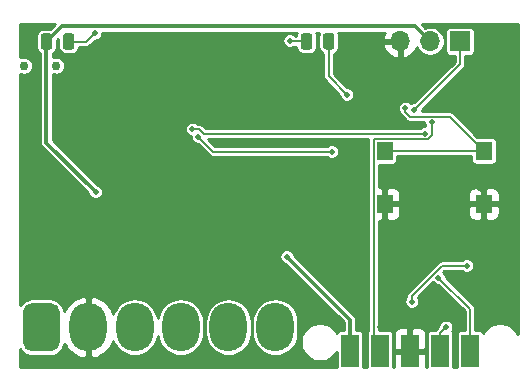
<source format=gbr>
G04 #@! TF.GenerationSoftware,KiCad,Pcbnew,(5.1.8-0-10_14)*
G04 #@! TF.CreationDate,2021-03-05T16:46:23-05:00*
G04 #@! TF.ProjectId,v1,76312e6b-6963-4616-945f-706362585858,rev?*
G04 #@! TF.SameCoordinates,Original*
G04 #@! TF.FileFunction,Copper,L1,Top*
G04 #@! TF.FilePolarity,Positive*
%FSLAX46Y46*%
G04 Gerber Fmt 4.6, Leading zero omitted, Abs format (unit mm)*
G04 Created by KiCad (PCBNEW (5.1.8-0-10_14)) date 2021-03-05 16:46:23*
%MOMM*%
%LPD*%
G01*
G04 APERTURE LIST*
G04 #@! TA.AperFunction,SMDPad,CuDef*
%ADD10R,1.500000X2.800000*%
G04 #@! TD*
G04 #@! TA.AperFunction,SMDPad,CuDef*
%ADD11R,1.400000X1.600000*%
G04 #@! TD*
G04 #@! TA.AperFunction,ComponentPad*
%ADD12O,1.700000X1.700000*%
G04 #@! TD*
G04 #@! TA.AperFunction,ComponentPad*
%ADD13R,1.700000X1.700000*%
G04 #@! TD*
G04 #@! TA.AperFunction,ComponentPad*
%ADD14O,3.160000X4.100000*%
G04 #@! TD*
G04 #@! TA.AperFunction,ComponentPad*
%ADD15C,0.762000*%
G04 #@! TD*
G04 #@! TA.AperFunction,ViaPad*
%ADD16C,0.508000*%
G04 #@! TD*
G04 #@! TA.AperFunction,Conductor*
%ADD17C,0.304000*%
G04 #@! TD*
G04 #@! TA.AperFunction,Conductor*
%ADD18C,0.152400*%
G04 #@! TD*
G04 #@! TA.AperFunction,Conductor*
%ADD19C,0.254000*%
G04 #@! TD*
G04 #@! TA.AperFunction,Conductor*
%ADD20C,0.100000*%
G04 #@! TD*
G04 APERTURE END LIST*
D10*
X159258000Y-108204000D03*
X161798000Y-108204000D03*
X164338000Y-108204000D03*
X166878000Y-108204000D03*
X169418000Y-108204000D03*
D11*
X170595400Y-95747400D03*
X170595400Y-91247400D03*
X162195400Y-91247400D03*
X162195400Y-95747400D03*
D12*
X163499800Y-81978500D03*
X166039800Y-81978500D03*
D13*
X168579800Y-81978500D03*
G04 #@! TA.AperFunction,ComponentPad*
G36*
G01*
X131554100Y-107444700D02*
X131554100Y-104924700D01*
G75*
G02*
X132344100Y-104134700I790000J0D01*
G01*
X133924100Y-104134700D01*
G75*
G02*
X134714100Y-104924700I0J-790000D01*
G01*
X134714100Y-107444700D01*
G75*
G02*
X133924100Y-108234700I-790000J0D01*
G01*
X132344100Y-108234700D01*
G75*
G02*
X131554100Y-107444700I0J790000D01*
G01*
G37*
G04 #@! TD.AperFunction*
D14*
X137094100Y-106184700D03*
X141054100Y-106184700D03*
X144934100Y-106184700D03*
X148974100Y-106184700D03*
X152934100Y-106184700D03*
G04 #@! TA.AperFunction,SMDPad,CuDef*
G36*
G01*
X135929075Y-81543750D02*
X135929075Y-82456250D01*
G75*
G02*
X135685325Y-82700000I-243750J0D01*
G01*
X135197825Y-82700000D01*
G75*
G02*
X134954075Y-82456250I0J243750D01*
G01*
X134954075Y-81543750D01*
G75*
G02*
X135197825Y-81300000I243750J0D01*
G01*
X135685325Y-81300000D01*
G75*
G02*
X135929075Y-81543750I0J-243750D01*
G01*
G37*
G04 #@! TD.AperFunction*
G04 #@! TA.AperFunction,SMDPad,CuDef*
G36*
G01*
X134054075Y-81543750D02*
X134054075Y-82456250D01*
G75*
G02*
X133810325Y-82700000I-243750J0D01*
G01*
X133322825Y-82700000D01*
G75*
G02*
X133079075Y-82456250I0J243750D01*
G01*
X133079075Y-81543750D01*
G75*
G02*
X133322825Y-81300000I243750J0D01*
G01*
X133810325Y-81300000D01*
G75*
G02*
X134054075Y-81543750I0J-243750D01*
G01*
G37*
G04 #@! TD.AperFunction*
G04 #@! TA.AperFunction,SMDPad,CuDef*
G36*
G01*
X157945200Y-81522250D02*
X157945200Y-82434750D01*
G75*
G02*
X157701450Y-82678500I-243750J0D01*
G01*
X157213950Y-82678500D01*
G75*
G02*
X156970200Y-82434750I0J243750D01*
G01*
X156970200Y-81522250D01*
G75*
G02*
X157213950Y-81278500I243750J0D01*
G01*
X157701450Y-81278500D01*
G75*
G02*
X157945200Y-81522250I0J-243750D01*
G01*
G37*
G04 #@! TD.AperFunction*
G04 #@! TA.AperFunction,SMDPad,CuDef*
G36*
G01*
X156070200Y-81522250D02*
X156070200Y-82434750D01*
G75*
G02*
X155826450Y-82678500I-243750J0D01*
G01*
X155338950Y-82678500D01*
G75*
G02*
X155095200Y-82434750I0J243750D01*
G01*
X155095200Y-81522250D01*
G75*
G02*
X155338950Y-81278500I243750J0D01*
G01*
X155826450Y-81278500D01*
G75*
G02*
X156070200Y-81522250I0J-243750D01*
G01*
G37*
G04 #@! TD.AperFunction*
D15*
X131658360Y-84038440D03*
X134411720Y-84040980D03*
D16*
X134874000Y-86614000D03*
X134874000Y-88773000D03*
X137668000Y-83058000D03*
X132715000Y-98552000D03*
X139954000Y-102616000D03*
X143383000Y-99568000D03*
X155321000Y-96520000D03*
X162195400Y-95747400D03*
X171704000Y-84963000D03*
X148844000Y-89154000D03*
X147066000Y-99568000D03*
X164338000Y-108204000D03*
X161798000Y-106172000D03*
X164496400Y-96913000D03*
X170180000Y-94361000D03*
X172085000Y-94615000D03*
X137718800Y-94716200D03*
X159258000Y-108204000D03*
X153924000Y-100203000D03*
X169164000Y-100965000D03*
X164496400Y-104013000D03*
X167386000Y-106172000D03*
X163957000Y-87630000D03*
X170595400Y-91247400D03*
X159004000Y-86487000D03*
X154178000Y-81915000D03*
X137668000Y-81280000D03*
X145923000Y-89408000D03*
X165608000Y-89789000D03*
X146409400Y-90043000D03*
X157734000Y-91313000D03*
X166183313Y-88840313D03*
X166751000Y-101981000D03*
X164719000Y-87757000D03*
D17*
X170595400Y-94776400D02*
X170180000Y-94361000D01*
X170595400Y-95747400D02*
X170595400Y-94776400D01*
X133566575Y-90563975D02*
X137718800Y-94716200D01*
X133566575Y-82000000D02*
X133566575Y-90563975D01*
X159258000Y-105537000D02*
X159258000Y-108204000D01*
X153924000Y-100203000D02*
X159258000Y-105537000D01*
X164782899Y-80721599D02*
X166039800Y-81978500D01*
X134844976Y-80721599D02*
X164782899Y-80721599D01*
X133566575Y-82000000D02*
X134844976Y-80721599D01*
D18*
X164496400Y-103521350D02*
X164496400Y-104013000D01*
X167052750Y-100965000D02*
X164496400Y-103521350D01*
X169164000Y-100965000D02*
X167052750Y-100965000D01*
X166878000Y-106680000D02*
X166878000Y-108204000D01*
X167386000Y-106172000D02*
X166878000Y-106680000D01*
X162195400Y-91247400D02*
X170595400Y-91247400D01*
X167705712Y-88357712D02*
X170595400Y-91247400D01*
X163957000Y-87989210D02*
X164325502Y-88357712D01*
X164325502Y-88357712D02*
X167705712Y-88357712D01*
X163957000Y-87630000D02*
X163957000Y-87989210D01*
X157457700Y-84940700D02*
X159004000Y-86487000D01*
X157457700Y-81978500D02*
X157457700Y-84940700D01*
X154241500Y-81978500D02*
X154178000Y-81915000D01*
X155582700Y-81978500D02*
X154241500Y-81978500D01*
X136948000Y-82000000D02*
X135441575Y-82000000D01*
X137668000Y-81280000D02*
X136948000Y-82000000D01*
X146869650Y-89789000D02*
X165608000Y-89789000D01*
X146488650Y-89408000D02*
X146869650Y-89789000D01*
X145923000Y-89408000D02*
X146488650Y-89408000D01*
X147679400Y-91313000D02*
X157734000Y-91313000D01*
X146409400Y-90043000D02*
X147679400Y-91313000D01*
X161266799Y-107672799D02*
X161798000Y-108204000D01*
X161266799Y-90264519D02*
X161266799Y-107672799D01*
X161312519Y-90218799D02*
X161266799Y-90264519D01*
X163078281Y-90218799D02*
X161312519Y-90218799D01*
X163131083Y-90271601D02*
X163078281Y-90218799D01*
X165839649Y-90271601D02*
X163131083Y-90271601D01*
X166183313Y-89927937D02*
X165839649Y-90271601D01*
X166183313Y-88840313D02*
X166183313Y-89927937D01*
X169418000Y-104648000D02*
X169418000Y-108204000D01*
X166751000Y-101981000D02*
X169418000Y-104648000D01*
X168579800Y-83896200D02*
X168579800Y-81978500D01*
X164719000Y-87757000D02*
X168579800Y-83896200D01*
D19*
X133887993Y-80924807D02*
X133810325Y-80917157D01*
X133322825Y-80917157D01*
X133200583Y-80929197D01*
X133083038Y-80964854D01*
X132974709Y-81022757D01*
X132879757Y-81100682D01*
X132801832Y-81195634D01*
X132743929Y-81303963D01*
X132708272Y-81421508D01*
X132696232Y-81543750D01*
X132696232Y-82456250D01*
X132708272Y-82578492D01*
X132743929Y-82696037D01*
X132801832Y-82804366D01*
X132879757Y-82899318D01*
X132974709Y-82977243D01*
X133033575Y-83008708D01*
X133033576Y-90537790D01*
X133030997Y-90563975D01*
X133041288Y-90668461D01*
X133060263Y-90731012D01*
X133071766Y-90768932D01*
X133121259Y-90861526D01*
X133187865Y-90942686D01*
X133208197Y-90959372D01*
X137097763Y-94848939D01*
X137108203Y-94901423D01*
X137156071Y-95016985D01*
X137225564Y-95120989D01*
X137314011Y-95209436D01*
X137418015Y-95278929D01*
X137533577Y-95326797D01*
X137656258Y-95351200D01*
X137781342Y-95351200D01*
X137904023Y-95326797D01*
X138019585Y-95278929D01*
X138123589Y-95209436D01*
X138212036Y-95120989D01*
X138281529Y-95016985D01*
X138329397Y-94901423D01*
X138353800Y-94778742D01*
X138353800Y-94653658D01*
X138329397Y-94530977D01*
X138281529Y-94415415D01*
X138212036Y-94311411D01*
X138123589Y-94222964D01*
X138019585Y-94153471D01*
X137904023Y-94105603D01*
X137851539Y-94095163D01*
X134099575Y-90343200D01*
X134099575Y-84736468D01*
X134189453Y-84773697D01*
X134336670Y-84802980D01*
X134486770Y-84802980D01*
X134633987Y-84773697D01*
X134772662Y-84716256D01*
X134897467Y-84632864D01*
X135003604Y-84526727D01*
X135086996Y-84401922D01*
X135144437Y-84263247D01*
X135173720Y-84116030D01*
X135173720Y-83965930D01*
X135144437Y-83818713D01*
X135086996Y-83680038D01*
X135003604Y-83555233D01*
X134897467Y-83449096D01*
X134772662Y-83365704D01*
X134633987Y-83308263D01*
X134486770Y-83278980D01*
X134336670Y-83278980D01*
X134189453Y-83308263D01*
X134099575Y-83345492D01*
X134099575Y-83008708D01*
X134158441Y-82977243D01*
X134253393Y-82899318D01*
X134331318Y-82804366D01*
X134389221Y-82696037D01*
X134424878Y-82578492D01*
X134436918Y-82456250D01*
X134436918Y-81883432D01*
X134571232Y-81749118D01*
X134571232Y-82456250D01*
X134583272Y-82578492D01*
X134618929Y-82696037D01*
X134676832Y-82804366D01*
X134754757Y-82899318D01*
X134849709Y-82977243D01*
X134958038Y-83035146D01*
X135075583Y-83070803D01*
X135197825Y-83082843D01*
X135685325Y-83082843D01*
X135807567Y-83070803D01*
X135925112Y-83035146D01*
X136033441Y-82977243D01*
X136128393Y-82899318D01*
X136206318Y-82804366D01*
X136264221Y-82696037D01*
X136299878Y-82578492D01*
X136311824Y-82457200D01*
X136925550Y-82457200D01*
X136948000Y-82459411D01*
X136970450Y-82457200D01*
X136970460Y-82457200D01*
X137037627Y-82450585D01*
X137123809Y-82424441D01*
X137203236Y-82381987D01*
X137272853Y-82324853D01*
X137287174Y-82307403D01*
X137679578Y-81915000D01*
X137730542Y-81915000D01*
X137853223Y-81890597D01*
X137968785Y-81842729D01*
X138072789Y-81773236D01*
X138161236Y-81684789D01*
X138230729Y-81580785D01*
X138278597Y-81465223D01*
X138303000Y-81342542D01*
X138303000Y-81254599D01*
X154774948Y-81254599D01*
X154760054Y-81282463D01*
X154724397Y-81400008D01*
X154712451Y-81521300D01*
X154678645Y-81521300D01*
X154671236Y-81510211D01*
X154582789Y-81421764D01*
X154478785Y-81352271D01*
X154363223Y-81304403D01*
X154240542Y-81280000D01*
X154115458Y-81280000D01*
X153992777Y-81304403D01*
X153877215Y-81352271D01*
X153773211Y-81421764D01*
X153684764Y-81510211D01*
X153615271Y-81614215D01*
X153567403Y-81729777D01*
X153543000Y-81852458D01*
X153543000Y-81977542D01*
X153567403Y-82100223D01*
X153615271Y-82215785D01*
X153684764Y-82319789D01*
X153773211Y-82408236D01*
X153877215Y-82477729D01*
X153992777Y-82525597D01*
X154115458Y-82550000D01*
X154240542Y-82550000D01*
X154363223Y-82525597D01*
X154478785Y-82477729D01*
X154541686Y-82435700D01*
X154712451Y-82435700D01*
X154724397Y-82556992D01*
X154760054Y-82674537D01*
X154817957Y-82782866D01*
X154895882Y-82877818D01*
X154990834Y-82955743D01*
X155099163Y-83013646D01*
X155216708Y-83049303D01*
X155338950Y-83061343D01*
X155826450Y-83061343D01*
X155948692Y-83049303D01*
X156066237Y-83013646D01*
X156174566Y-82955743D01*
X156269518Y-82877818D01*
X156347443Y-82782866D01*
X156405346Y-82674537D01*
X156441003Y-82556992D01*
X156453043Y-82434750D01*
X156453043Y-81522250D01*
X156441003Y-81400008D01*
X156405346Y-81282463D01*
X156390452Y-81254599D01*
X156649948Y-81254599D01*
X156635054Y-81282463D01*
X156599397Y-81400008D01*
X156587357Y-81522250D01*
X156587357Y-82434750D01*
X156599397Y-82556992D01*
X156635054Y-82674537D01*
X156692957Y-82782866D01*
X156770882Y-82877818D01*
X156865834Y-82955743D01*
X156974163Y-83013646D01*
X157000500Y-83021635D01*
X157000501Y-84918240D01*
X156998289Y-84940700D01*
X157000501Y-84963160D01*
X157007116Y-85030327D01*
X157033260Y-85116509D01*
X157075714Y-85195936D01*
X157132848Y-85265553D01*
X157150293Y-85279870D01*
X158369000Y-86498578D01*
X158369000Y-86549542D01*
X158393403Y-86672223D01*
X158441271Y-86787785D01*
X158510764Y-86891789D01*
X158599211Y-86980236D01*
X158703215Y-87049729D01*
X158818777Y-87097597D01*
X158941458Y-87122000D01*
X159066542Y-87122000D01*
X159189223Y-87097597D01*
X159304785Y-87049729D01*
X159408789Y-86980236D01*
X159497236Y-86891789D01*
X159566729Y-86787785D01*
X159614597Y-86672223D01*
X159639000Y-86549542D01*
X159639000Y-86424458D01*
X159614597Y-86301777D01*
X159566729Y-86186215D01*
X159497236Y-86082211D01*
X159408789Y-85993764D01*
X159304785Y-85924271D01*
X159189223Y-85876403D01*
X159066542Y-85852000D01*
X159015578Y-85852000D01*
X157914900Y-84751323D01*
X157914900Y-83021635D01*
X157941237Y-83013646D01*
X158049566Y-82955743D01*
X158144518Y-82877818D01*
X158222443Y-82782866D01*
X158280346Y-82674537D01*
X158316003Y-82556992D01*
X158328043Y-82434750D01*
X158328043Y-82335391D01*
X162058319Y-82335391D01*
X162155643Y-82609752D01*
X162304622Y-82859855D01*
X162499531Y-83076088D01*
X162732880Y-83250141D01*
X162995701Y-83375325D01*
X163142910Y-83419976D01*
X163372800Y-83298655D01*
X163372800Y-82105500D01*
X162178986Y-82105500D01*
X162058319Y-82335391D01*
X158328043Y-82335391D01*
X158328043Y-81522250D01*
X158316003Y-81400008D01*
X158280346Y-81282463D01*
X158265452Y-81254599D01*
X162210831Y-81254599D01*
X162155643Y-81347248D01*
X162058319Y-81621609D01*
X162178986Y-81851500D01*
X163372800Y-81851500D01*
X163372800Y-81831500D01*
X163626800Y-81831500D01*
X163626800Y-81851500D01*
X163646800Y-81851500D01*
X163646800Y-82105500D01*
X163626800Y-82105500D01*
X163626800Y-83298655D01*
X163856690Y-83419976D01*
X164003899Y-83375325D01*
X164266720Y-83250141D01*
X164500069Y-83076088D01*
X164694978Y-82859855D01*
X164843957Y-82609752D01*
X164901572Y-82447332D01*
X164948902Y-82561597D01*
X165083620Y-82763217D01*
X165255083Y-82934680D01*
X165456703Y-83069398D01*
X165680731Y-83162193D01*
X165918557Y-83209500D01*
X166161043Y-83209500D01*
X166398869Y-83162193D01*
X166622897Y-83069398D01*
X166824517Y-82934680D01*
X166995980Y-82763217D01*
X167130698Y-82561597D01*
X167223493Y-82337569D01*
X167270800Y-82099743D01*
X167270800Y-81857257D01*
X167223493Y-81619431D01*
X167130698Y-81395403D01*
X166995980Y-81193783D01*
X166824517Y-81022320D01*
X166622897Y-80887602D01*
X166398869Y-80794807D01*
X166161043Y-80747500D01*
X165918557Y-80747500D01*
X165680731Y-80794807D01*
X165630633Y-80815558D01*
X165321075Y-80506000D01*
X173457001Y-80506000D01*
X173457000Y-106798897D01*
X173403374Y-106669432D01*
X173224881Y-106402298D01*
X172997702Y-106175119D01*
X172730568Y-105996626D01*
X172433745Y-105873678D01*
X172118640Y-105811000D01*
X171797360Y-105811000D01*
X171482255Y-105873678D01*
X171185432Y-105996626D01*
X170918298Y-106175119D01*
X170691119Y-106402298D01*
X170521213Y-106656580D01*
X170486322Y-106591304D01*
X170438711Y-106533289D01*
X170380696Y-106485678D01*
X170314508Y-106450299D01*
X170242689Y-106428513D01*
X170168000Y-106421157D01*
X169875200Y-106421157D01*
X169875200Y-104670452D01*
X169877411Y-104648000D01*
X169875200Y-104625548D01*
X169875200Y-104625540D01*
X169868585Y-104558373D01*
X169842508Y-104472412D01*
X169842441Y-104472190D01*
X169799987Y-104392764D01*
X169757171Y-104340592D01*
X169757165Y-104340586D01*
X169742853Y-104323147D01*
X169725415Y-104308836D01*
X167386000Y-101969423D01*
X167386000Y-101918458D01*
X167361597Y-101795777D01*
X167313729Y-101680215D01*
X167244236Y-101576211D01*
X167166176Y-101498151D01*
X167242128Y-101422200D01*
X168723175Y-101422200D01*
X168759211Y-101458236D01*
X168863215Y-101527729D01*
X168978777Y-101575597D01*
X169101458Y-101600000D01*
X169226542Y-101600000D01*
X169349223Y-101575597D01*
X169464785Y-101527729D01*
X169568789Y-101458236D01*
X169657236Y-101369789D01*
X169726729Y-101265785D01*
X169774597Y-101150223D01*
X169799000Y-101027542D01*
X169799000Y-100902458D01*
X169774597Y-100779777D01*
X169726729Y-100664215D01*
X169657236Y-100560211D01*
X169568789Y-100471764D01*
X169464785Y-100402271D01*
X169349223Y-100354403D01*
X169226542Y-100330000D01*
X169101458Y-100330000D01*
X168978777Y-100354403D01*
X168863215Y-100402271D01*
X168759211Y-100471764D01*
X168723175Y-100507800D01*
X167075200Y-100507800D01*
X167052750Y-100505589D01*
X167030300Y-100507800D01*
X167030290Y-100507800D01*
X166963123Y-100514415D01*
X166876941Y-100540559D01*
X166797514Y-100583013D01*
X166727897Y-100640147D01*
X166713580Y-100657592D01*
X164188997Y-103182176D01*
X164171547Y-103196497D01*
X164114413Y-103266115D01*
X164071959Y-103345542D01*
X164045815Y-103431724D01*
X164039200Y-103498891D01*
X164039200Y-103498900D01*
X164036989Y-103521350D01*
X164039200Y-103543801D01*
X164039200Y-103572175D01*
X164003164Y-103608211D01*
X163933671Y-103712215D01*
X163885803Y-103827777D01*
X163861400Y-103950458D01*
X163861400Y-104075542D01*
X163885803Y-104198223D01*
X163933671Y-104313785D01*
X164003164Y-104417789D01*
X164091611Y-104506236D01*
X164195615Y-104575729D01*
X164311177Y-104623597D01*
X164433858Y-104648000D01*
X164558942Y-104648000D01*
X164681623Y-104623597D01*
X164797185Y-104575729D01*
X164901189Y-104506236D01*
X164989636Y-104417789D01*
X165059129Y-104313785D01*
X165106997Y-104198223D01*
X165131400Y-104075542D01*
X165131400Y-103950458D01*
X165106997Y-103827777D01*
X165059129Y-103712215D01*
X165016264Y-103648063D01*
X166268151Y-102396176D01*
X166346211Y-102474236D01*
X166450215Y-102543729D01*
X166565777Y-102591597D01*
X166688458Y-102616000D01*
X166739423Y-102616000D01*
X168960800Y-104837379D01*
X168960800Y-106421157D01*
X168668000Y-106421157D01*
X168593311Y-106428513D01*
X168521492Y-106450299D01*
X168455304Y-106485678D01*
X168397289Y-106533289D01*
X168349678Y-106591304D01*
X168314299Y-106657492D01*
X168292513Y-106729311D01*
X168285157Y-106804000D01*
X168285157Y-109594000D01*
X168010843Y-109594000D01*
X168010843Y-106804000D01*
X168003487Y-106729311D01*
X167981701Y-106657492D01*
X167946322Y-106591304D01*
X167903997Y-106539731D01*
X167948729Y-106472785D01*
X167996597Y-106357223D01*
X168021000Y-106234542D01*
X168021000Y-106109458D01*
X167996597Y-105986777D01*
X167948729Y-105871215D01*
X167879236Y-105767211D01*
X167790789Y-105678764D01*
X167686785Y-105609271D01*
X167571223Y-105561403D01*
X167448542Y-105537000D01*
X167323458Y-105537000D01*
X167200777Y-105561403D01*
X167085215Y-105609271D01*
X166981211Y-105678764D01*
X166892764Y-105767211D01*
X166823271Y-105871215D01*
X166775403Y-105986777D01*
X166751000Y-106109458D01*
X166751000Y-106160423D01*
X166570597Y-106340826D01*
X166553147Y-106355147D01*
X166498974Y-106421157D01*
X166128000Y-106421157D01*
X166053311Y-106428513D01*
X165981492Y-106450299D01*
X165915304Y-106485678D01*
X165857289Y-106533289D01*
X165809678Y-106591304D01*
X165774299Y-106657492D01*
X165752513Y-106729311D01*
X165745157Y-106804000D01*
X165745157Y-109594000D01*
X165726044Y-109594000D01*
X165723000Y-108489750D01*
X165564250Y-108331000D01*
X164465000Y-108331000D01*
X164465000Y-108351000D01*
X164211000Y-108351000D01*
X164211000Y-108331000D01*
X163111750Y-108331000D01*
X162953000Y-108489750D01*
X162949956Y-109594000D01*
X162930843Y-109594000D01*
X162930843Y-106804000D01*
X162949928Y-106804000D01*
X162953000Y-107918250D01*
X163111750Y-108077000D01*
X164211000Y-108077000D01*
X164211000Y-106327750D01*
X164465000Y-106327750D01*
X164465000Y-108077000D01*
X165564250Y-108077000D01*
X165723000Y-107918250D01*
X165726072Y-106804000D01*
X165713812Y-106679518D01*
X165677502Y-106559820D01*
X165618537Y-106449506D01*
X165539185Y-106352815D01*
X165442494Y-106273463D01*
X165332180Y-106214498D01*
X165212482Y-106178188D01*
X165088000Y-106165928D01*
X164623750Y-106169000D01*
X164465000Y-106327750D01*
X164211000Y-106327750D01*
X164052250Y-106169000D01*
X163588000Y-106165928D01*
X163463518Y-106178188D01*
X163343820Y-106214498D01*
X163233506Y-106273463D01*
X163136815Y-106352815D01*
X163057463Y-106449506D01*
X162998498Y-106559820D01*
X162962188Y-106679518D01*
X162949928Y-106804000D01*
X162930843Y-106804000D01*
X162923487Y-106729311D01*
X162901701Y-106657492D01*
X162866322Y-106591304D01*
X162818711Y-106533289D01*
X162760696Y-106485678D01*
X162694508Y-106450299D01*
X162622689Y-106428513D01*
X162548000Y-106421157D01*
X161723999Y-106421157D01*
X161723999Y-97183777D01*
X161909650Y-97182400D01*
X162068400Y-97023650D01*
X162068400Y-95874400D01*
X162322400Y-95874400D01*
X162322400Y-97023650D01*
X162481150Y-97182400D01*
X162895400Y-97185472D01*
X163019882Y-97173212D01*
X163139580Y-97136902D01*
X163249894Y-97077937D01*
X163346585Y-96998585D01*
X163425937Y-96901894D01*
X163484902Y-96791580D01*
X163521212Y-96671882D01*
X163533472Y-96547400D01*
X169257328Y-96547400D01*
X169269588Y-96671882D01*
X169305898Y-96791580D01*
X169364863Y-96901894D01*
X169444215Y-96998585D01*
X169540906Y-97077937D01*
X169651220Y-97136902D01*
X169770918Y-97173212D01*
X169895400Y-97185472D01*
X170309650Y-97182400D01*
X170468400Y-97023650D01*
X170468400Y-95874400D01*
X170722400Y-95874400D01*
X170722400Y-97023650D01*
X170881150Y-97182400D01*
X171295400Y-97185472D01*
X171419882Y-97173212D01*
X171539580Y-97136902D01*
X171649894Y-97077937D01*
X171746585Y-96998585D01*
X171825937Y-96901894D01*
X171884902Y-96791580D01*
X171921212Y-96671882D01*
X171933472Y-96547400D01*
X171930400Y-96033150D01*
X171771650Y-95874400D01*
X170722400Y-95874400D01*
X170468400Y-95874400D01*
X169419150Y-95874400D01*
X169260400Y-96033150D01*
X169257328Y-96547400D01*
X163533472Y-96547400D01*
X163530400Y-96033150D01*
X163371650Y-95874400D01*
X162322400Y-95874400D01*
X162068400Y-95874400D01*
X162048400Y-95874400D01*
X162048400Y-95620400D01*
X162068400Y-95620400D01*
X162068400Y-94471150D01*
X162322400Y-94471150D01*
X162322400Y-95620400D01*
X163371650Y-95620400D01*
X163530400Y-95461650D01*
X163533472Y-94947400D01*
X169257328Y-94947400D01*
X169260400Y-95461650D01*
X169419150Y-95620400D01*
X170468400Y-95620400D01*
X170468400Y-94471150D01*
X170722400Y-94471150D01*
X170722400Y-95620400D01*
X171771650Y-95620400D01*
X171930400Y-95461650D01*
X171933472Y-94947400D01*
X171921212Y-94822918D01*
X171884902Y-94703220D01*
X171825937Y-94592906D01*
X171746585Y-94496215D01*
X171649894Y-94416863D01*
X171539580Y-94357898D01*
X171419882Y-94321588D01*
X171295400Y-94309328D01*
X170881150Y-94312400D01*
X170722400Y-94471150D01*
X170468400Y-94471150D01*
X170309650Y-94312400D01*
X169895400Y-94309328D01*
X169770918Y-94321588D01*
X169651220Y-94357898D01*
X169540906Y-94416863D01*
X169444215Y-94496215D01*
X169364863Y-94592906D01*
X169305898Y-94703220D01*
X169269588Y-94822918D01*
X169257328Y-94947400D01*
X163533472Y-94947400D01*
X163521212Y-94822918D01*
X163484902Y-94703220D01*
X163425937Y-94592906D01*
X163346585Y-94496215D01*
X163249894Y-94416863D01*
X163139580Y-94357898D01*
X163019882Y-94321588D01*
X162895400Y-94309328D01*
X162481150Y-94312400D01*
X162322400Y-94471150D01*
X162068400Y-94471150D01*
X161909650Y-94312400D01*
X161723999Y-94311023D01*
X161723999Y-92430243D01*
X162895400Y-92430243D01*
X162970089Y-92422887D01*
X163041908Y-92401101D01*
X163108096Y-92365722D01*
X163166111Y-92318111D01*
X163213722Y-92260096D01*
X163249101Y-92193908D01*
X163270887Y-92122089D01*
X163278243Y-92047400D01*
X163278243Y-91704600D01*
X169512557Y-91704600D01*
X169512557Y-92047400D01*
X169519913Y-92122089D01*
X169541699Y-92193908D01*
X169577078Y-92260096D01*
X169624689Y-92318111D01*
X169682704Y-92365722D01*
X169748892Y-92401101D01*
X169820711Y-92422887D01*
X169895400Y-92430243D01*
X171295400Y-92430243D01*
X171370089Y-92422887D01*
X171441908Y-92401101D01*
X171508096Y-92365722D01*
X171566111Y-92318111D01*
X171613722Y-92260096D01*
X171649101Y-92193908D01*
X171670887Y-92122089D01*
X171678243Y-92047400D01*
X171678243Y-90447400D01*
X171670887Y-90372711D01*
X171649101Y-90300892D01*
X171613722Y-90234704D01*
X171566111Y-90176689D01*
X171508096Y-90129078D01*
X171441908Y-90093699D01*
X171370089Y-90071913D01*
X171295400Y-90064557D01*
X170059135Y-90064557D01*
X168044886Y-88050309D01*
X168030565Y-88032859D01*
X167960948Y-87975725D01*
X167881521Y-87933271D01*
X167795339Y-87907127D01*
X167728172Y-87900512D01*
X167728162Y-87900512D01*
X167705712Y-87898301D01*
X167683262Y-87900512D01*
X165337894Y-87900512D01*
X165354000Y-87819542D01*
X165354000Y-87768577D01*
X168887215Y-84235364D01*
X168904653Y-84221053D01*
X168918965Y-84203614D01*
X168918971Y-84203608D01*
X168961787Y-84151436D01*
X169004241Y-84072010D01*
X169010326Y-84051951D01*
X169030385Y-83985827D01*
X169037000Y-83918660D01*
X169037000Y-83918650D01*
X169039211Y-83896200D01*
X169037000Y-83873750D01*
X169037000Y-83211343D01*
X169429800Y-83211343D01*
X169504489Y-83203987D01*
X169576308Y-83182201D01*
X169642496Y-83146822D01*
X169700511Y-83099211D01*
X169748122Y-83041196D01*
X169783501Y-82975008D01*
X169805287Y-82903189D01*
X169812643Y-82828500D01*
X169812643Y-81128500D01*
X169805287Y-81053811D01*
X169783501Y-80981992D01*
X169748122Y-80915804D01*
X169700511Y-80857789D01*
X169642496Y-80810178D01*
X169576308Y-80774799D01*
X169504489Y-80753013D01*
X169429800Y-80745657D01*
X167729800Y-80745657D01*
X167655111Y-80753013D01*
X167583292Y-80774799D01*
X167517104Y-80810178D01*
X167459089Y-80857789D01*
X167411478Y-80915804D01*
X167376099Y-80981992D01*
X167354313Y-81053811D01*
X167346957Y-81128500D01*
X167346957Y-82828500D01*
X167354313Y-82903189D01*
X167376099Y-82975008D01*
X167411478Y-83041196D01*
X167459089Y-83099211D01*
X167517104Y-83146822D01*
X167583292Y-83182201D01*
X167655111Y-83203987D01*
X167729800Y-83211343D01*
X168122600Y-83211343D01*
X168122600Y-83706821D01*
X164707423Y-87122000D01*
X164656458Y-87122000D01*
X164533777Y-87146403D01*
X164418979Y-87193954D01*
X164361789Y-87136764D01*
X164257785Y-87067271D01*
X164142223Y-87019403D01*
X164019542Y-86995000D01*
X163894458Y-86995000D01*
X163771777Y-87019403D01*
X163656215Y-87067271D01*
X163552211Y-87136764D01*
X163463764Y-87225211D01*
X163394271Y-87329215D01*
X163346403Y-87444777D01*
X163322000Y-87567458D01*
X163322000Y-87692542D01*
X163346403Y-87815223D01*
X163394271Y-87930785D01*
X163463764Y-88034789D01*
X163506262Y-88077287D01*
X163506415Y-88078837D01*
X163524663Y-88138987D01*
X163532560Y-88165019D01*
X163572957Y-88240597D01*
X163575014Y-88244446D01*
X163632148Y-88314063D01*
X163649592Y-88328379D01*
X163986336Y-88665125D01*
X164000649Y-88682565D01*
X164018088Y-88696877D01*
X164018094Y-88696883D01*
X164070266Y-88739699D01*
X164149692Y-88782153D01*
X164235875Y-88808297D01*
X164303042Y-88814912D01*
X164303050Y-88814912D01*
X164325502Y-88817123D01*
X164347954Y-88814912D01*
X165548313Y-88814912D01*
X165548313Y-88902855D01*
X165572716Y-89025536D01*
X165620584Y-89141098D01*
X165629205Y-89154000D01*
X165545458Y-89154000D01*
X165422777Y-89178403D01*
X165307215Y-89226271D01*
X165203211Y-89295764D01*
X165167175Y-89331800D01*
X147059028Y-89331800D01*
X146827824Y-89100597D01*
X146813503Y-89083147D01*
X146743886Y-89026013D01*
X146664459Y-88983559D01*
X146578277Y-88957415D01*
X146511110Y-88950800D01*
X146511100Y-88950800D01*
X146488650Y-88948589D01*
X146466200Y-88950800D01*
X146363825Y-88950800D01*
X146327789Y-88914764D01*
X146223785Y-88845271D01*
X146108223Y-88797403D01*
X145985542Y-88773000D01*
X145860458Y-88773000D01*
X145737777Y-88797403D01*
X145622215Y-88845271D01*
X145518211Y-88914764D01*
X145429764Y-89003211D01*
X145360271Y-89107215D01*
X145312403Y-89222777D01*
X145288000Y-89345458D01*
X145288000Y-89470542D01*
X145312403Y-89593223D01*
X145360271Y-89708785D01*
X145429764Y-89812789D01*
X145518211Y-89901236D01*
X145622215Y-89970729D01*
X145737777Y-90018597D01*
X145774400Y-90025882D01*
X145774400Y-90105542D01*
X145798803Y-90228223D01*
X145846671Y-90343785D01*
X145916164Y-90447789D01*
X146004611Y-90536236D01*
X146108615Y-90605729D01*
X146224177Y-90653597D01*
X146346858Y-90678000D01*
X146397823Y-90678000D01*
X147340230Y-91620408D01*
X147354547Y-91637853D01*
X147371992Y-91652170D01*
X147424163Y-91694987D01*
X147446285Y-91706811D01*
X147503591Y-91737441D01*
X147589773Y-91763585D01*
X147656940Y-91770200D01*
X147656949Y-91770200D01*
X147679399Y-91772411D01*
X147701849Y-91770200D01*
X157293175Y-91770200D01*
X157329211Y-91806236D01*
X157433215Y-91875729D01*
X157548777Y-91923597D01*
X157671458Y-91948000D01*
X157796542Y-91948000D01*
X157919223Y-91923597D01*
X158034785Y-91875729D01*
X158138789Y-91806236D01*
X158227236Y-91717789D01*
X158296729Y-91613785D01*
X158344597Y-91498223D01*
X158369000Y-91375542D01*
X158369000Y-91250458D01*
X158344597Y-91127777D01*
X158296729Y-91012215D01*
X158227236Y-90908211D01*
X158138789Y-90819764D01*
X158034785Y-90750271D01*
X157919223Y-90702403D01*
X157796542Y-90678000D01*
X157671458Y-90678000D01*
X157548777Y-90702403D01*
X157433215Y-90750271D01*
X157329211Y-90819764D01*
X157293175Y-90855800D01*
X147868778Y-90855800D01*
X147259177Y-90246200D01*
X160809192Y-90246200D01*
X160807388Y-90264519D01*
X160809599Y-90286969D01*
X160809600Y-106506772D01*
X160777289Y-106533289D01*
X160729678Y-106591304D01*
X160694299Y-106657492D01*
X160672513Y-106729311D01*
X160665157Y-106804000D01*
X160665157Y-109594000D01*
X160390843Y-109594000D01*
X160390843Y-106804000D01*
X160383487Y-106729311D01*
X160361701Y-106657492D01*
X160326322Y-106591304D01*
X160278711Y-106533289D01*
X160220696Y-106485678D01*
X160154508Y-106450299D01*
X160082689Y-106428513D01*
X160008000Y-106421157D01*
X159791000Y-106421157D01*
X159791000Y-105563172D01*
X159793578Y-105536999D01*
X159791000Y-105510825D01*
X159783287Y-105432514D01*
X159752810Y-105332043D01*
X159703317Y-105239449D01*
X159636711Y-105158289D01*
X159616379Y-105141603D01*
X154545037Y-100070262D01*
X154534597Y-100017777D01*
X154486729Y-99902215D01*
X154417236Y-99798211D01*
X154328789Y-99709764D01*
X154224785Y-99640271D01*
X154109223Y-99592403D01*
X153986542Y-99568000D01*
X153861458Y-99568000D01*
X153738777Y-99592403D01*
X153623215Y-99640271D01*
X153519211Y-99709764D01*
X153430764Y-99798211D01*
X153361271Y-99902215D01*
X153313403Y-100017777D01*
X153289000Y-100140458D01*
X153289000Y-100265542D01*
X153313403Y-100388223D01*
X153361271Y-100503785D01*
X153430764Y-100607789D01*
X153519211Y-100696236D01*
X153623215Y-100765729D01*
X153738777Y-100813597D01*
X153791262Y-100824037D01*
X158725000Y-105757776D01*
X158725000Y-106421157D01*
X158508000Y-106421157D01*
X158433311Y-106428513D01*
X158361492Y-106450299D01*
X158295304Y-106485678D01*
X158237289Y-106533289D01*
X158189678Y-106591304D01*
X158154787Y-106656580D01*
X157984881Y-106402298D01*
X157757702Y-106175119D01*
X157490568Y-105996626D01*
X157193745Y-105873678D01*
X156878640Y-105811000D01*
X156557360Y-105811000D01*
X156242255Y-105873678D01*
X155945432Y-105996626D01*
X155678298Y-106175119D01*
X155451119Y-106402298D01*
X155272626Y-106669432D01*
X155149678Y-106966255D01*
X155087000Y-107281360D01*
X155087000Y-107602640D01*
X155149678Y-107917745D01*
X155272626Y-108214568D01*
X155451119Y-108481702D01*
X155678298Y-108708881D01*
X155945432Y-108887374D01*
X156242255Y-109010322D01*
X156557360Y-109073000D01*
X156878640Y-109073000D01*
X157193745Y-109010322D01*
X157490568Y-108887374D01*
X157757702Y-108708881D01*
X157984881Y-108481702D01*
X158125157Y-108271764D01*
X158125157Y-109594000D01*
X131342000Y-109594000D01*
X131342000Y-108045939D01*
X131368917Y-108096297D01*
X131514775Y-108274025D01*
X131692503Y-108419883D01*
X131895272Y-108528266D01*
X132115290Y-108595007D01*
X132344100Y-108617543D01*
X133924100Y-108617543D01*
X134152910Y-108595007D01*
X134372928Y-108528266D01*
X134575697Y-108419883D01*
X134753425Y-108274025D01*
X134899283Y-108096297D01*
X135007666Y-107893528D01*
X135074407Y-107673510D01*
X135083221Y-107584023D01*
X135096308Y-107619677D01*
X135322953Y-107990885D01*
X135617662Y-108310744D01*
X135969109Y-108566962D01*
X136363789Y-108749693D01*
X136622731Y-108818963D01*
X136967100Y-108707024D01*
X136967100Y-106311700D01*
X136947100Y-106311700D01*
X136947100Y-106057700D01*
X136967100Y-106057700D01*
X136967100Y-103662376D01*
X137221100Y-103662376D01*
X137221100Y-106057700D01*
X137241100Y-106057700D01*
X137241100Y-106311700D01*
X137221100Y-106311700D01*
X137221100Y-108707024D01*
X137565469Y-108818963D01*
X137824411Y-108749693D01*
X138219091Y-108566962D01*
X138570538Y-108310744D01*
X138865247Y-107990885D01*
X139091892Y-107619677D01*
X139204513Y-107312865D01*
X139233606Y-107408773D01*
X139415700Y-107749444D01*
X139660756Y-108048045D01*
X139959357Y-108293101D01*
X140300028Y-108475194D01*
X140669678Y-108587326D01*
X141054100Y-108625188D01*
X141438523Y-108587326D01*
X141808173Y-108475194D01*
X142148844Y-108293101D01*
X142447445Y-108048045D01*
X142692501Y-107749444D01*
X142874594Y-107408773D01*
X142986726Y-107039122D01*
X142994100Y-106964252D01*
X143001474Y-107039123D01*
X143113606Y-107408773D01*
X143295700Y-107749444D01*
X143540756Y-108048045D01*
X143839357Y-108293101D01*
X144180028Y-108475194D01*
X144549678Y-108587326D01*
X144934100Y-108625188D01*
X145318523Y-108587326D01*
X145688173Y-108475194D01*
X146028844Y-108293101D01*
X146327445Y-108048045D01*
X146572501Y-107749444D01*
X146754594Y-107408773D01*
X146866726Y-107039122D01*
X146895100Y-106751033D01*
X146895100Y-105618367D01*
X147013100Y-105618367D01*
X147013100Y-106751034D01*
X147041474Y-107039123D01*
X147153606Y-107408773D01*
X147335700Y-107749444D01*
X147580756Y-108048045D01*
X147879357Y-108293101D01*
X148220028Y-108475194D01*
X148589678Y-108587326D01*
X148974100Y-108625188D01*
X149358523Y-108587326D01*
X149728173Y-108475194D01*
X150068844Y-108293101D01*
X150367445Y-108048045D01*
X150612501Y-107749444D01*
X150794594Y-107408773D01*
X150906726Y-107039122D01*
X150935100Y-106751033D01*
X150935100Y-105618367D01*
X150973100Y-105618367D01*
X150973100Y-106751034D01*
X151001474Y-107039123D01*
X151113606Y-107408773D01*
X151295700Y-107749444D01*
X151540756Y-108048045D01*
X151839357Y-108293101D01*
X152180028Y-108475194D01*
X152549678Y-108587326D01*
X152934100Y-108625188D01*
X153318523Y-108587326D01*
X153688173Y-108475194D01*
X154028844Y-108293101D01*
X154327445Y-108048045D01*
X154572501Y-107749444D01*
X154754594Y-107408773D01*
X154866726Y-107039122D01*
X154895100Y-106751033D01*
X154895100Y-105618366D01*
X154866726Y-105330277D01*
X154754594Y-104960627D01*
X154572501Y-104619956D01*
X154327445Y-104321355D01*
X154028844Y-104076299D01*
X153688172Y-103894206D01*
X153318522Y-103782074D01*
X152934100Y-103744212D01*
X152549677Y-103782074D01*
X152180027Y-103894206D01*
X151839356Y-104076299D01*
X151540755Y-104321355D01*
X151295699Y-104619956D01*
X151113606Y-104960628D01*
X151001474Y-105330278D01*
X150973100Y-105618367D01*
X150935100Y-105618367D01*
X150935100Y-105618366D01*
X150906726Y-105330277D01*
X150794594Y-104960627D01*
X150612501Y-104619956D01*
X150367445Y-104321355D01*
X150068844Y-104076299D01*
X149728172Y-103894206D01*
X149358522Y-103782074D01*
X148974100Y-103744212D01*
X148589677Y-103782074D01*
X148220027Y-103894206D01*
X147879356Y-104076299D01*
X147580755Y-104321355D01*
X147335699Y-104619956D01*
X147153606Y-104960628D01*
X147041474Y-105330278D01*
X147013100Y-105618367D01*
X146895100Y-105618367D01*
X146895100Y-105618366D01*
X146866726Y-105330277D01*
X146754594Y-104960627D01*
X146572501Y-104619956D01*
X146327445Y-104321355D01*
X146028844Y-104076299D01*
X145688172Y-103894206D01*
X145318522Y-103782074D01*
X144934100Y-103744212D01*
X144549677Y-103782074D01*
X144180027Y-103894206D01*
X143839356Y-104076299D01*
X143540755Y-104321355D01*
X143295699Y-104619956D01*
X143113606Y-104960628D01*
X143001474Y-105330278D01*
X142994100Y-105405148D01*
X142986726Y-105330277D01*
X142874594Y-104960627D01*
X142692501Y-104619956D01*
X142447445Y-104321355D01*
X142148844Y-104076299D01*
X141808172Y-103894206D01*
X141438522Y-103782074D01*
X141054100Y-103744212D01*
X140669677Y-103782074D01*
X140300027Y-103894206D01*
X139959356Y-104076299D01*
X139660755Y-104321355D01*
X139415699Y-104619956D01*
X139233606Y-104960628D01*
X139204513Y-105056535D01*
X139091892Y-104749723D01*
X138865247Y-104378515D01*
X138570538Y-104058656D01*
X138219091Y-103802438D01*
X137824411Y-103619707D01*
X137565469Y-103550437D01*
X137221100Y-103662376D01*
X136967100Y-103662376D01*
X136622731Y-103550437D01*
X136363789Y-103619707D01*
X135969109Y-103802438D01*
X135617662Y-104058656D01*
X135322953Y-104378515D01*
X135096308Y-104749723D01*
X135083221Y-104785377D01*
X135074407Y-104695890D01*
X135007666Y-104475872D01*
X134899283Y-104273103D01*
X134753425Y-104095375D01*
X134575697Y-103949517D01*
X134372928Y-103841134D01*
X134152910Y-103774393D01*
X133924100Y-103751857D01*
X132344100Y-103751857D01*
X132115290Y-103774393D01*
X131895272Y-103841134D01*
X131692503Y-103949517D01*
X131514775Y-104095375D01*
X131368917Y-104273103D01*
X131342000Y-104323461D01*
X131342000Y-84732182D01*
X131436093Y-84771157D01*
X131583310Y-84800440D01*
X131733410Y-84800440D01*
X131880627Y-84771157D01*
X132019302Y-84713716D01*
X132144107Y-84630324D01*
X132250244Y-84524187D01*
X132333636Y-84399382D01*
X132391077Y-84260707D01*
X132420360Y-84113490D01*
X132420360Y-83963390D01*
X132391077Y-83816173D01*
X132333636Y-83677498D01*
X132250244Y-83552693D01*
X132144107Y-83446556D01*
X132019302Y-83363164D01*
X131880627Y-83305723D01*
X131733410Y-83276440D01*
X131583310Y-83276440D01*
X131436093Y-83305723D01*
X131342000Y-83344698D01*
X131342000Y-80506000D01*
X134306799Y-80506000D01*
X133887993Y-80924807D01*
G04 #@! TA.AperFunction,Conductor*
D20*
G36*
X133887993Y-80924807D02*
G01*
X133810325Y-80917157D01*
X133322825Y-80917157D01*
X133200583Y-80929197D01*
X133083038Y-80964854D01*
X132974709Y-81022757D01*
X132879757Y-81100682D01*
X132801832Y-81195634D01*
X132743929Y-81303963D01*
X132708272Y-81421508D01*
X132696232Y-81543750D01*
X132696232Y-82456250D01*
X132708272Y-82578492D01*
X132743929Y-82696037D01*
X132801832Y-82804366D01*
X132879757Y-82899318D01*
X132974709Y-82977243D01*
X133033575Y-83008708D01*
X133033576Y-90537790D01*
X133030997Y-90563975D01*
X133041288Y-90668461D01*
X133060263Y-90731012D01*
X133071766Y-90768932D01*
X133121259Y-90861526D01*
X133187865Y-90942686D01*
X133208197Y-90959372D01*
X137097763Y-94848939D01*
X137108203Y-94901423D01*
X137156071Y-95016985D01*
X137225564Y-95120989D01*
X137314011Y-95209436D01*
X137418015Y-95278929D01*
X137533577Y-95326797D01*
X137656258Y-95351200D01*
X137781342Y-95351200D01*
X137904023Y-95326797D01*
X138019585Y-95278929D01*
X138123589Y-95209436D01*
X138212036Y-95120989D01*
X138281529Y-95016985D01*
X138329397Y-94901423D01*
X138353800Y-94778742D01*
X138353800Y-94653658D01*
X138329397Y-94530977D01*
X138281529Y-94415415D01*
X138212036Y-94311411D01*
X138123589Y-94222964D01*
X138019585Y-94153471D01*
X137904023Y-94105603D01*
X137851539Y-94095163D01*
X134099575Y-90343200D01*
X134099575Y-84736468D01*
X134189453Y-84773697D01*
X134336670Y-84802980D01*
X134486770Y-84802980D01*
X134633987Y-84773697D01*
X134772662Y-84716256D01*
X134897467Y-84632864D01*
X135003604Y-84526727D01*
X135086996Y-84401922D01*
X135144437Y-84263247D01*
X135173720Y-84116030D01*
X135173720Y-83965930D01*
X135144437Y-83818713D01*
X135086996Y-83680038D01*
X135003604Y-83555233D01*
X134897467Y-83449096D01*
X134772662Y-83365704D01*
X134633987Y-83308263D01*
X134486770Y-83278980D01*
X134336670Y-83278980D01*
X134189453Y-83308263D01*
X134099575Y-83345492D01*
X134099575Y-83008708D01*
X134158441Y-82977243D01*
X134253393Y-82899318D01*
X134331318Y-82804366D01*
X134389221Y-82696037D01*
X134424878Y-82578492D01*
X134436918Y-82456250D01*
X134436918Y-81883432D01*
X134571232Y-81749118D01*
X134571232Y-82456250D01*
X134583272Y-82578492D01*
X134618929Y-82696037D01*
X134676832Y-82804366D01*
X134754757Y-82899318D01*
X134849709Y-82977243D01*
X134958038Y-83035146D01*
X135075583Y-83070803D01*
X135197825Y-83082843D01*
X135685325Y-83082843D01*
X135807567Y-83070803D01*
X135925112Y-83035146D01*
X136033441Y-82977243D01*
X136128393Y-82899318D01*
X136206318Y-82804366D01*
X136264221Y-82696037D01*
X136299878Y-82578492D01*
X136311824Y-82457200D01*
X136925550Y-82457200D01*
X136948000Y-82459411D01*
X136970450Y-82457200D01*
X136970460Y-82457200D01*
X137037627Y-82450585D01*
X137123809Y-82424441D01*
X137203236Y-82381987D01*
X137272853Y-82324853D01*
X137287174Y-82307403D01*
X137679578Y-81915000D01*
X137730542Y-81915000D01*
X137853223Y-81890597D01*
X137968785Y-81842729D01*
X138072789Y-81773236D01*
X138161236Y-81684789D01*
X138230729Y-81580785D01*
X138278597Y-81465223D01*
X138303000Y-81342542D01*
X138303000Y-81254599D01*
X154774948Y-81254599D01*
X154760054Y-81282463D01*
X154724397Y-81400008D01*
X154712451Y-81521300D01*
X154678645Y-81521300D01*
X154671236Y-81510211D01*
X154582789Y-81421764D01*
X154478785Y-81352271D01*
X154363223Y-81304403D01*
X154240542Y-81280000D01*
X154115458Y-81280000D01*
X153992777Y-81304403D01*
X153877215Y-81352271D01*
X153773211Y-81421764D01*
X153684764Y-81510211D01*
X153615271Y-81614215D01*
X153567403Y-81729777D01*
X153543000Y-81852458D01*
X153543000Y-81977542D01*
X153567403Y-82100223D01*
X153615271Y-82215785D01*
X153684764Y-82319789D01*
X153773211Y-82408236D01*
X153877215Y-82477729D01*
X153992777Y-82525597D01*
X154115458Y-82550000D01*
X154240542Y-82550000D01*
X154363223Y-82525597D01*
X154478785Y-82477729D01*
X154541686Y-82435700D01*
X154712451Y-82435700D01*
X154724397Y-82556992D01*
X154760054Y-82674537D01*
X154817957Y-82782866D01*
X154895882Y-82877818D01*
X154990834Y-82955743D01*
X155099163Y-83013646D01*
X155216708Y-83049303D01*
X155338950Y-83061343D01*
X155826450Y-83061343D01*
X155948692Y-83049303D01*
X156066237Y-83013646D01*
X156174566Y-82955743D01*
X156269518Y-82877818D01*
X156347443Y-82782866D01*
X156405346Y-82674537D01*
X156441003Y-82556992D01*
X156453043Y-82434750D01*
X156453043Y-81522250D01*
X156441003Y-81400008D01*
X156405346Y-81282463D01*
X156390452Y-81254599D01*
X156649948Y-81254599D01*
X156635054Y-81282463D01*
X156599397Y-81400008D01*
X156587357Y-81522250D01*
X156587357Y-82434750D01*
X156599397Y-82556992D01*
X156635054Y-82674537D01*
X156692957Y-82782866D01*
X156770882Y-82877818D01*
X156865834Y-82955743D01*
X156974163Y-83013646D01*
X157000500Y-83021635D01*
X157000501Y-84918240D01*
X156998289Y-84940700D01*
X157000501Y-84963160D01*
X157007116Y-85030327D01*
X157033260Y-85116509D01*
X157075714Y-85195936D01*
X157132848Y-85265553D01*
X157150293Y-85279870D01*
X158369000Y-86498578D01*
X158369000Y-86549542D01*
X158393403Y-86672223D01*
X158441271Y-86787785D01*
X158510764Y-86891789D01*
X158599211Y-86980236D01*
X158703215Y-87049729D01*
X158818777Y-87097597D01*
X158941458Y-87122000D01*
X159066542Y-87122000D01*
X159189223Y-87097597D01*
X159304785Y-87049729D01*
X159408789Y-86980236D01*
X159497236Y-86891789D01*
X159566729Y-86787785D01*
X159614597Y-86672223D01*
X159639000Y-86549542D01*
X159639000Y-86424458D01*
X159614597Y-86301777D01*
X159566729Y-86186215D01*
X159497236Y-86082211D01*
X159408789Y-85993764D01*
X159304785Y-85924271D01*
X159189223Y-85876403D01*
X159066542Y-85852000D01*
X159015578Y-85852000D01*
X157914900Y-84751323D01*
X157914900Y-83021635D01*
X157941237Y-83013646D01*
X158049566Y-82955743D01*
X158144518Y-82877818D01*
X158222443Y-82782866D01*
X158280346Y-82674537D01*
X158316003Y-82556992D01*
X158328043Y-82434750D01*
X158328043Y-82335391D01*
X162058319Y-82335391D01*
X162155643Y-82609752D01*
X162304622Y-82859855D01*
X162499531Y-83076088D01*
X162732880Y-83250141D01*
X162995701Y-83375325D01*
X163142910Y-83419976D01*
X163372800Y-83298655D01*
X163372800Y-82105500D01*
X162178986Y-82105500D01*
X162058319Y-82335391D01*
X158328043Y-82335391D01*
X158328043Y-81522250D01*
X158316003Y-81400008D01*
X158280346Y-81282463D01*
X158265452Y-81254599D01*
X162210831Y-81254599D01*
X162155643Y-81347248D01*
X162058319Y-81621609D01*
X162178986Y-81851500D01*
X163372800Y-81851500D01*
X163372800Y-81831500D01*
X163626800Y-81831500D01*
X163626800Y-81851500D01*
X163646800Y-81851500D01*
X163646800Y-82105500D01*
X163626800Y-82105500D01*
X163626800Y-83298655D01*
X163856690Y-83419976D01*
X164003899Y-83375325D01*
X164266720Y-83250141D01*
X164500069Y-83076088D01*
X164694978Y-82859855D01*
X164843957Y-82609752D01*
X164901572Y-82447332D01*
X164948902Y-82561597D01*
X165083620Y-82763217D01*
X165255083Y-82934680D01*
X165456703Y-83069398D01*
X165680731Y-83162193D01*
X165918557Y-83209500D01*
X166161043Y-83209500D01*
X166398869Y-83162193D01*
X166622897Y-83069398D01*
X166824517Y-82934680D01*
X166995980Y-82763217D01*
X167130698Y-82561597D01*
X167223493Y-82337569D01*
X167270800Y-82099743D01*
X167270800Y-81857257D01*
X167223493Y-81619431D01*
X167130698Y-81395403D01*
X166995980Y-81193783D01*
X166824517Y-81022320D01*
X166622897Y-80887602D01*
X166398869Y-80794807D01*
X166161043Y-80747500D01*
X165918557Y-80747500D01*
X165680731Y-80794807D01*
X165630633Y-80815558D01*
X165321075Y-80506000D01*
X173457001Y-80506000D01*
X173457000Y-106798897D01*
X173403374Y-106669432D01*
X173224881Y-106402298D01*
X172997702Y-106175119D01*
X172730568Y-105996626D01*
X172433745Y-105873678D01*
X172118640Y-105811000D01*
X171797360Y-105811000D01*
X171482255Y-105873678D01*
X171185432Y-105996626D01*
X170918298Y-106175119D01*
X170691119Y-106402298D01*
X170521213Y-106656580D01*
X170486322Y-106591304D01*
X170438711Y-106533289D01*
X170380696Y-106485678D01*
X170314508Y-106450299D01*
X170242689Y-106428513D01*
X170168000Y-106421157D01*
X169875200Y-106421157D01*
X169875200Y-104670452D01*
X169877411Y-104648000D01*
X169875200Y-104625548D01*
X169875200Y-104625540D01*
X169868585Y-104558373D01*
X169842508Y-104472412D01*
X169842441Y-104472190D01*
X169799987Y-104392764D01*
X169757171Y-104340592D01*
X169757165Y-104340586D01*
X169742853Y-104323147D01*
X169725415Y-104308836D01*
X167386000Y-101969423D01*
X167386000Y-101918458D01*
X167361597Y-101795777D01*
X167313729Y-101680215D01*
X167244236Y-101576211D01*
X167166176Y-101498151D01*
X167242128Y-101422200D01*
X168723175Y-101422200D01*
X168759211Y-101458236D01*
X168863215Y-101527729D01*
X168978777Y-101575597D01*
X169101458Y-101600000D01*
X169226542Y-101600000D01*
X169349223Y-101575597D01*
X169464785Y-101527729D01*
X169568789Y-101458236D01*
X169657236Y-101369789D01*
X169726729Y-101265785D01*
X169774597Y-101150223D01*
X169799000Y-101027542D01*
X169799000Y-100902458D01*
X169774597Y-100779777D01*
X169726729Y-100664215D01*
X169657236Y-100560211D01*
X169568789Y-100471764D01*
X169464785Y-100402271D01*
X169349223Y-100354403D01*
X169226542Y-100330000D01*
X169101458Y-100330000D01*
X168978777Y-100354403D01*
X168863215Y-100402271D01*
X168759211Y-100471764D01*
X168723175Y-100507800D01*
X167075200Y-100507800D01*
X167052750Y-100505589D01*
X167030300Y-100507800D01*
X167030290Y-100507800D01*
X166963123Y-100514415D01*
X166876941Y-100540559D01*
X166797514Y-100583013D01*
X166727897Y-100640147D01*
X166713580Y-100657592D01*
X164188997Y-103182176D01*
X164171547Y-103196497D01*
X164114413Y-103266115D01*
X164071959Y-103345542D01*
X164045815Y-103431724D01*
X164039200Y-103498891D01*
X164039200Y-103498900D01*
X164036989Y-103521350D01*
X164039200Y-103543801D01*
X164039200Y-103572175D01*
X164003164Y-103608211D01*
X163933671Y-103712215D01*
X163885803Y-103827777D01*
X163861400Y-103950458D01*
X163861400Y-104075542D01*
X163885803Y-104198223D01*
X163933671Y-104313785D01*
X164003164Y-104417789D01*
X164091611Y-104506236D01*
X164195615Y-104575729D01*
X164311177Y-104623597D01*
X164433858Y-104648000D01*
X164558942Y-104648000D01*
X164681623Y-104623597D01*
X164797185Y-104575729D01*
X164901189Y-104506236D01*
X164989636Y-104417789D01*
X165059129Y-104313785D01*
X165106997Y-104198223D01*
X165131400Y-104075542D01*
X165131400Y-103950458D01*
X165106997Y-103827777D01*
X165059129Y-103712215D01*
X165016264Y-103648063D01*
X166268151Y-102396176D01*
X166346211Y-102474236D01*
X166450215Y-102543729D01*
X166565777Y-102591597D01*
X166688458Y-102616000D01*
X166739423Y-102616000D01*
X168960800Y-104837379D01*
X168960800Y-106421157D01*
X168668000Y-106421157D01*
X168593311Y-106428513D01*
X168521492Y-106450299D01*
X168455304Y-106485678D01*
X168397289Y-106533289D01*
X168349678Y-106591304D01*
X168314299Y-106657492D01*
X168292513Y-106729311D01*
X168285157Y-106804000D01*
X168285157Y-109594000D01*
X168010843Y-109594000D01*
X168010843Y-106804000D01*
X168003487Y-106729311D01*
X167981701Y-106657492D01*
X167946322Y-106591304D01*
X167903997Y-106539731D01*
X167948729Y-106472785D01*
X167996597Y-106357223D01*
X168021000Y-106234542D01*
X168021000Y-106109458D01*
X167996597Y-105986777D01*
X167948729Y-105871215D01*
X167879236Y-105767211D01*
X167790789Y-105678764D01*
X167686785Y-105609271D01*
X167571223Y-105561403D01*
X167448542Y-105537000D01*
X167323458Y-105537000D01*
X167200777Y-105561403D01*
X167085215Y-105609271D01*
X166981211Y-105678764D01*
X166892764Y-105767211D01*
X166823271Y-105871215D01*
X166775403Y-105986777D01*
X166751000Y-106109458D01*
X166751000Y-106160423D01*
X166570597Y-106340826D01*
X166553147Y-106355147D01*
X166498974Y-106421157D01*
X166128000Y-106421157D01*
X166053311Y-106428513D01*
X165981492Y-106450299D01*
X165915304Y-106485678D01*
X165857289Y-106533289D01*
X165809678Y-106591304D01*
X165774299Y-106657492D01*
X165752513Y-106729311D01*
X165745157Y-106804000D01*
X165745157Y-109594000D01*
X165726044Y-109594000D01*
X165723000Y-108489750D01*
X165564250Y-108331000D01*
X164465000Y-108331000D01*
X164465000Y-108351000D01*
X164211000Y-108351000D01*
X164211000Y-108331000D01*
X163111750Y-108331000D01*
X162953000Y-108489750D01*
X162949956Y-109594000D01*
X162930843Y-109594000D01*
X162930843Y-106804000D01*
X162949928Y-106804000D01*
X162953000Y-107918250D01*
X163111750Y-108077000D01*
X164211000Y-108077000D01*
X164211000Y-106327750D01*
X164465000Y-106327750D01*
X164465000Y-108077000D01*
X165564250Y-108077000D01*
X165723000Y-107918250D01*
X165726072Y-106804000D01*
X165713812Y-106679518D01*
X165677502Y-106559820D01*
X165618537Y-106449506D01*
X165539185Y-106352815D01*
X165442494Y-106273463D01*
X165332180Y-106214498D01*
X165212482Y-106178188D01*
X165088000Y-106165928D01*
X164623750Y-106169000D01*
X164465000Y-106327750D01*
X164211000Y-106327750D01*
X164052250Y-106169000D01*
X163588000Y-106165928D01*
X163463518Y-106178188D01*
X163343820Y-106214498D01*
X163233506Y-106273463D01*
X163136815Y-106352815D01*
X163057463Y-106449506D01*
X162998498Y-106559820D01*
X162962188Y-106679518D01*
X162949928Y-106804000D01*
X162930843Y-106804000D01*
X162923487Y-106729311D01*
X162901701Y-106657492D01*
X162866322Y-106591304D01*
X162818711Y-106533289D01*
X162760696Y-106485678D01*
X162694508Y-106450299D01*
X162622689Y-106428513D01*
X162548000Y-106421157D01*
X161723999Y-106421157D01*
X161723999Y-97183777D01*
X161909650Y-97182400D01*
X162068400Y-97023650D01*
X162068400Y-95874400D01*
X162322400Y-95874400D01*
X162322400Y-97023650D01*
X162481150Y-97182400D01*
X162895400Y-97185472D01*
X163019882Y-97173212D01*
X163139580Y-97136902D01*
X163249894Y-97077937D01*
X163346585Y-96998585D01*
X163425937Y-96901894D01*
X163484902Y-96791580D01*
X163521212Y-96671882D01*
X163533472Y-96547400D01*
X169257328Y-96547400D01*
X169269588Y-96671882D01*
X169305898Y-96791580D01*
X169364863Y-96901894D01*
X169444215Y-96998585D01*
X169540906Y-97077937D01*
X169651220Y-97136902D01*
X169770918Y-97173212D01*
X169895400Y-97185472D01*
X170309650Y-97182400D01*
X170468400Y-97023650D01*
X170468400Y-95874400D01*
X170722400Y-95874400D01*
X170722400Y-97023650D01*
X170881150Y-97182400D01*
X171295400Y-97185472D01*
X171419882Y-97173212D01*
X171539580Y-97136902D01*
X171649894Y-97077937D01*
X171746585Y-96998585D01*
X171825937Y-96901894D01*
X171884902Y-96791580D01*
X171921212Y-96671882D01*
X171933472Y-96547400D01*
X171930400Y-96033150D01*
X171771650Y-95874400D01*
X170722400Y-95874400D01*
X170468400Y-95874400D01*
X169419150Y-95874400D01*
X169260400Y-96033150D01*
X169257328Y-96547400D01*
X163533472Y-96547400D01*
X163530400Y-96033150D01*
X163371650Y-95874400D01*
X162322400Y-95874400D01*
X162068400Y-95874400D01*
X162048400Y-95874400D01*
X162048400Y-95620400D01*
X162068400Y-95620400D01*
X162068400Y-94471150D01*
X162322400Y-94471150D01*
X162322400Y-95620400D01*
X163371650Y-95620400D01*
X163530400Y-95461650D01*
X163533472Y-94947400D01*
X169257328Y-94947400D01*
X169260400Y-95461650D01*
X169419150Y-95620400D01*
X170468400Y-95620400D01*
X170468400Y-94471150D01*
X170722400Y-94471150D01*
X170722400Y-95620400D01*
X171771650Y-95620400D01*
X171930400Y-95461650D01*
X171933472Y-94947400D01*
X171921212Y-94822918D01*
X171884902Y-94703220D01*
X171825937Y-94592906D01*
X171746585Y-94496215D01*
X171649894Y-94416863D01*
X171539580Y-94357898D01*
X171419882Y-94321588D01*
X171295400Y-94309328D01*
X170881150Y-94312400D01*
X170722400Y-94471150D01*
X170468400Y-94471150D01*
X170309650Y-94312400D01*
X169895400Y-94309328D01*
X169770918Y-94321588D01*
X169651220Y-94357898D01*
X169540906Y-94416863D01*
X169444215Y-94496215D01*
X169364863Y-94592906D01*
X169305898Y-94703220D01*
X169269588Y-94822918D01*
X169257328Y-94947400D01*
X163533472Y-94947400D01*
X163521212Y-94822918D01*
X163484902Y-94703220D01*
X163425937Y-94592906D01*
X163346585Y-94496215D01*
X163249894Y-94416863D01*
X163139580Y-94357898D01*
X163019882Y-94321588D01*
X162895400Y-94309328D01*
X162481150Y-94312400D01*
X162322400Y-94471150D01*
X162068400Y-94471150D01*
X161909650Y-94312400D01*
X161723999Y-94311023D01*
X161723999Y-92430243D01*
X162895400Y-92430243D01*
X162970089Y-92422887D01*
X163041908Y-92401101D01*
X163108096Y-92365722D01*
X163166111Y-92318111D01*
X163213722Y-92260096D01*
X163249101Y-92193908D01*
X163270887Y-92122089D01*
X163278243Y-92047400D01*
X163278243Y-91704600D01*
X169512557Y-91704600D01*
X169512557Y-92047400D01*
X169519913Y-92122089D01*
X169541699Y-92193908D01*
X169577078Y-92260096D01*
X169624689Y-92318111D01*
X169682704Y-92365722D01*
X169748892Y-92401101D01*
X169820711Y-92422887D01*
X169895400Y-92430243D01*
X171295400Y-92430243D01*
X171370089Y-92422887D01*
X171441908Y-92401101D01*
X171508096Y-92365722D01*
X171566111Y-92318111D01*
X171613722Y-92260096D01*
X171649101Y-92193908D01*
X171670887Y-92122089D01*
X171678243Y-92047400D01*
X171678243Y-90447400D01*
X171670887Y-90372711D01*
X171649101Y-90300892D01*
X171613722Y-90234704D01*
X171566111Y-90176689D01*
X171508096Y-90129078D01*
X171441908Y-90093699D01*
X171370089Y-90071913D01*
X171295400Y-90064557D01*
X170059135Y-90064557D01*
X168044886Y-88050309D01*
X168030565Y-88032859D01*
X167960948Y-87975725D01*
X167881521Y-87933271D01*
X167795339Y-87907127D01*
X167728172Y-87900512D01*
X167728162Y-87900512D01*
X167705712Y-87898301D01*
X167683262Y-87900512D01*
X165337894Y-87900512D01*
X165354000Y-87819542D01*
X165354000Y-87768577D01*
X168887215Y-84235364D01*
X168904653Y-84221053D01*
X168918965Y-84203614D01*
X168918971Y-84203608D01*
X168961787Y-84151436D01*
X169004241Y-84072010D01*
X169010326Y-84051951D01*
X169030385Y-83985827D01*
X169037000Y-83918660D01*
X169037000Y-83918650D01*
X169039211Y-83896200D01*
X169037000Y-83873750D01*
X169037000Y-83211343D01*
X169429800Y-83211343D01*
X169504489Y-83203987D01*
X169576308Y-83182201D01*
X169642496Y-83146822D01*
X169700511Y-83099211D01*
X169748122Y-83041196D01*
X169783501Y-82975008D01*
X169805287Y-82903189D01*
X169812643Y-82828500D01*
X169812643Y-81128500D01*
X169805287Y-81053811D01*
X169783501Y-80981992D01*
X169748122Y-80915804D01*
X169700511Y-80857789D01*
X169642496Y-80810178D01*
X169576308Y-80774799D01*
X169504489Y-80753013D01*
X169429800Y-80745657D01*
X167729800Y-80745657D01*
X167655111Y-80753013D01*
X167583292Y-80774799D01*
X167517104Y-80810178D01*
X167459089Y-80857789D01*
X167411478Y-80915804D01*
X167376099Y-80981992D01*
X167354313Y-81053811D01*
X167346957Y-81128500D01*
X167346957Y-82828500D01*
X167354313Y-82903189D01*
X167376099Y-82975008D01*
X167411478Y-83041196D01*
X167459089Y-83099211D01*
X167517104Y-83146822D01*
X167583292Y-83182201D01*
X167655111Y-83203987D01*
X167729800Y-83211343D01*
X168122600Y-83211343D01*
X168122600Y-83706821D01*
X164707423Y-87122000D01*
X164656458Y-87122000D01*
X164533777Y-87146403D01*
X164418979Y-87193954D01*
X164361789Y-87136764D01*
X164257785Y-87067271D01*
X164142223Y-87019403D01*
X164019542Y-86995000D01*
X163894458Y-86995000D01*
X163771777Y-87019403D01*
X163656215Y-87067271D01*
X163552211Y-87136764D01*
X163463764Y-87225211D01*
X163394271Y-87329215D01*
X163346403Y-87444777D01*
X163322000Y-87567458D01*
X163322000Y-87692542D01*
X163346403Y-87815223D01*
X163394271Y-87930785D01*
X163463764Y-88034789D01*
X163506262Y-88077287D01*
X163506415Y-88078837D01*
X163524663Y-88138987D01*
X163532560Y-88165019D01*
X163572957Y-88240597D01*
X163575014Y-88244446D01*
X163632148Y-88314063D01*
X163649592Y-88328379D01*
X163986336Y-88665125D01*
X164000649Y-88682565D01*
X164018088Y-88696877D01*
X164018094Y-88696883D01*
X164070266Y-88739699D01*
X164149692Y-88782153D01*
X164235875Y-88808297D01*
X164303042Y-88814912D01*
X164303050Y-88814912D01*
X164325502Y-88817123D01*
X164347954Y-88814912D01*
X165548313Y-88814912D01*
X165548313Y-88902855D01*
X165572716Y-89025536D01*
X165620584Y-89141098D01*
X165629205Y-89154000D01*
X165545458Y-89154000D01*
X165422777Y-89178403D01*
X165307215Y-89226271D01*
X165203211Y-89295764D01*
X165167175Y-89331800D01*
X147059028Y-89331800D01*
X146827824Y-89100597D01*
X146813503Y-89083147D01*
X146743886Y-89026013D01*
X146664459Y-88983559D01*
X146578277Y-88957415D01*
X146511110Y-88950800D01*
X146511100Y-88950800D01*
X146488650Y-88948589D01*
X146466200Y-88950800D01*
X146363825Y-88950800D01*
X146327789Y-88914764D01*
X146223785Y-88845271D01*
X146108223Y-88797403D01*
X145985542Y-88773000D01*
X145860458Y-88773000D01*
X145737777Y-88797403D01*
X145622215Y-88845271D01*
X145518211Y-88914764D01*
X145429764Y-89003211D01*
X145360271Y-89107215D01*
X145312403Y-89222777D01*
X145288000Y-89345458D01*
X145288000Y-89470542D01*
X145312403Y-89593223D01*
X145360271Y-89708785D01*
X145429764Y-89812789D01*
X145518211Y-89901236D01*
X145622215Y-89970729D01*
X145737777Y-90018597D01*
X145774400Y-90025882D01*
X145774400Y-90105542D01*
X145798803Y-90228223D01*
X145846671Y-90343785D01*
X145916164Y-90447789D01*
X146004611Y-90536236D01*
X146108615Y-90605729D01*
X146224177Y-90653597D01*
X146346858Y-90678000D01*
X146397823Y-90678000D01*
X147340230Y-91620408D01*
X147354547Y-91637853D01*
X147371992Y-91652170D01*
X147424163Y-91694987D01*
X147446285Y-91706811D01*
X147503591Y-91737441D01*
X147589773Y-91763585D01*
X147656940Y-91770200D01*
X147656949Y-91770200D01*
X147679399Y-91772411D01*
X147701849Y-91770200D01*
X157293175Y-91770200D01*
X157329211Y-91806236D01*
X157433215Y-91875729D01*
X157548777Y-91923597D01*
X157671458Y-91948000D01*
X157796542Y-91948000D01*
X157919223Y-91923597D01*
X158034785Y-91875729D01*
X158138789Y-91806236D01*
X158227236Y-91717789D01*
X158296729Y-91613785D01*
X158344597Y-91498223D01*
X158369000Y-91375542D01*
X158369000Y-91250458D01*
X158344597Y-91127777D01*
X158296729Y-91012215D01*
X158227236Y-90908211D01*
X158138789Y-90819764D01*
X158034785Y-90750271D01*
X157919223Y-90702403D01*
X157796542Y-90678000D01*
X157671458Y-90678000D01*
X157548777Y-90702403D01*
X157433215Y-90750271D01*
X157329211Y-90819764D01*
X157293175Y-90855800D01*
X147868778Y-90855800D01*
X147259177Y-90246200D01*
X160809192Y-90246200D01*
X160807388Y-90264519D01*
X160809599Y-90286969D01*
X160809600Y-106506772D01*
X160777289Y-106533289D01*
X160729678Y-106591304D01*
X160694299Y-106657492D01*
X160672513Y-106729311D01*
X160665157Y-106804000D01*
X160665157Y-109594000D01*
X160390843Y-109594000D01*
X160390843Y-106804000D01*
X160383487Y-106729311D01*
X160361701Y-106657492D01*
X160326322Y-106591304D01*
X160278711Y-106533289D01*
X160220696Y-106485678D01*
X160154508Y-106450299D01*
X160082689Y-106428513D01*
X160008000Y-106421157D01*
X159791000Y-106421157D01*
X159791000Y-105563172D01*
X159793578Y-105536999D01*
X159791000Y-105510825D01*
X159783287Y-105432514D01*
X159752810Y-105332043D01*
X159703317Y-105239449D01*
X159636711Y-105158289D01*
X159616379Y-105141603D01*
X154545037Y-100070262D01*
X154534597Y-100017777D01*
X154486729Y-99902215D01*
X154417236Y-99798211D01*
X154328789Y-99709764D01*
X154224785Y-99640271D01*
X154109223Y-99592403D01*
X153986542Y-99568000D01*
X153861458Y-99568000D01*
X153738777Y-99592403D01*
X153623215Y-99640271D01*
X153519211Y-99709764D01*
X153430764Y-99798211D01*
X153361271Y-99902215D01*
X153313403Y-100017777D01*
X153289000Y-100140458D01*
X153289000Y-100265542D01*
X153313403Y-100388223D01*
X153361271Y-100503785D01*
X153430764Y-100607789D01*
X153519211Y-100696236D01*
X153623215Y-100765729D01*
X153738777Y-100813597D01*
X153791262Y-100824037D01*
X158725000Y-105757776D01*
X158725000Y-106421157D01*
X158508000Y-106421157D01*
X158433311Y-106428513D01*
X158361492Y-106450299D01*
X158295304Y-106485678D01*
X158237289Y-106533289D01*
X158189678Y-106591304D01*
X158154787Y-106656580D01*
X157984881Y-106402298D01*
X157757702Y-106175119D01*
X157490568Y-105996626D01*
X157193745Y-105873678D01*
X156878640Y-105811000D01*
X156557360Y-105811000D01*
X156242255Y-105873678D01*
X155945432Y-105996626D01*
X155678298Y-106175119D01*
X155451119Y-106402298D01*
X155272626Y-106669432D01*
X155149678Y-106966255D01*
X155087000Y-107281360D01*
X155087000Y-107602640D01*
X155149678Y-107917745D01*
X155272626Y-108214568D01*
X155451119Y-108481702D01*
X155678298Y-108708881D01*
X155945432Y-108887374D01*
X156242255Y-109010322D01*
X156557360Y-109073000D01*
X156878640Y-109073000D01*
X157193745Y-109010322D01*
X157490568Y-108887374D01*
X157757702Y-108708881D01*
X157984881Y-108481702D01*
X158125157Y-108271764D01*
X158125157Y-109594000D01*
X131342000Y-109594000D01*
X131342000Y-108045939D01*
X131368917Y-108096297D01*
X131514775Y-108274025D01*
X131692503Y-108419883D01*
X131895272Y-108528266D01*
X132115290Y-108595007D01*
X132344100Y-108617543D01*
X133924100Y-108617543D01*
X134152910Y-108595007D01*
X134372928Y-108528266D01*
X134575697Y-108419883D01*
X134753425Y-108274025D01*
X134899283Y-108096297D01*
X135007666Y-107893528D01*
X135074407Y-107673510D01*
X135083221Y-107584023D01*
X135096308Y-107619677D01*
X135322953Y-107990885D01*
X135617662Y-108310744D01*
X135969109Y-108566962D01*
X136363789Y-108749693D01*
X136622731Y-108818963D01*
X136967100Y-108707024D01*
X136967100Y-106311700D01*
X136947100Y-106311700D01*
X136947100Y-106057700D01*
X136967100Y-106057700D01*
X136967100Y-103662376D01*
X137221100Y-103662376D01*
X137221100Y-106057700D01*
X137241100Y-106057700D01*
X137241100Y-106311700D01*
X137221100Y-106311700D01*
X137221100Y-108707024D01*
X137565469Y-108818963D01*
X137824411Y-108749693D01*
X138219091Y-108566962D01*
X138570538Y-108310744D01*
X138865247Y-107990885D01*
X139091892Y-107619677D01*
X139204513Y-107312865D01*
X139233606Y-107408773D01*
X139415700Y-107749444D01*
X139660756Y-108048045D01*
X139959357Y-108293101D01*
X140300028Y-108475194D01*
X140669678Y-108587326D01*
X141054100Y-108625188D01*
X141438523Y-108587326D01*
X141808173Y-108475194D01*
X142148844Y-108293101D01*
X142447445Y-108048045D01*
X142692501Y-107749444D01*
X142874594Y-107408773D01*
X142986726Y-107039122D01*
X142994100Y-106964252D01*
X143001474Y-107039123D01*
X143113606Y-107408773D01*
X143295700Y-107749444D01*
X143540756Y-108048045D01*
X143839357Y-108293101D01*
X144180028Y-108475194D01*
X144549678Y-108587326D01*
X144934100Y-108625188D01*
X145318523Y-108587326D01*
X145688173Y-108475194D01*
X146028844Y-108293101D01*
X146327445Y-108048045D01*
X146572501Y-107749444D01*
X146754594Y-107408773D01*
X146866726Y-107039122D01*
X146895100Y-106751033D01*
X146895100Y-105618367D01*
X147013100Y-105618367D01*
X147013100Y-106751034D01*
X147041474Y-107039123D01*
X147153606Y-107408773D01*
X147335700Y-107749444D01*
X147580756Y-108048045D01*
X147879357Y-108293101D01*
X148220028Y-108475194D01*
X148589678Y-108587326D01*
X148974100Y-108625188D01*
X149358523Y-108587326D01*
X149728173Y-108475194D01*
X150068844Y-108293101D01*
X150367445Y-108048045D01*
X150612501Y-107749444D01*
X150794594Y-107408773D01*
X150906726Y-107039122D01*
X150935100Y-106751033D01*
X150935100Y-105618367D01*
X150973100Y-105618367D01*
X150973100Y-106751034D01*
X151001474Y-107039123D01*
X151113606Y-107408773D01*
X151295700Y-107749444D01*
X151540756Y-108048045D01*
X151839357Y-108293101D01*
X152180028Y-108475194D01*
X152549678Y-108587326D01*
X152934100Y-108625188D01*
X153318523Y-108587326D01*
X153688173Y-108475194D01*
X154028844Y-108293101D01*
X154327445Y-108048045D01*
X154572501Y-107749444D01*
X154754594Y-107408773D01*
X154866726Y-107039122D01*
X154895100Y-106751033D01*
X154895100Y-105618366D01*
X154866726Y-105330277D01*
X154754594Y-104960627D01*
X154572501Y-104619956D01*
X154327445Y-104321355D01*
X154028844Y-104076299D01*
X153688172Y-103894206D01*
X153318522Y-103782074D01*
X152934100Y-103744212D01*
X152549677Y-103782074D01*
X152180027Y-103894206D01*
X151839356Y-104076299D01*
X151540755Y-104321355D01*
X151295699Y-104619956D01*
X151113606Y-104960628D01*
X151001474Y-105330278D01*
X150973100Y-105618367D01*
X150935100Y-105618367D01*
X150935100Y-105618366D01*
X150906726Y-105330277D01*
X150794594Y-104960627D01*
X150612501Y-104619956D01*
X150367445Y-104321355D01*
X150068844Y-104076299D01*
X149728172Y-103894206D01*
X149358522Y-103782074D01*
X148974100Y-103744212D01*
X148589677Y-103782074D01*
X148220027Y-103894206D01*
X147879356Y-104076299D01*
X147580755Y-104321355D01*
X147335699Y-104619956D01*
X147153606Y-104960628D01*
X147041474Y-105330278D01*
X147013100Y-105618367D01*
X146895100Y-105618367D01*
X146895100Y-105618366D01*
X146866726Y-105330277D01*
X146754594Y-104960627D01*
X146572501Y-104619956D01*
X146327445Y-104321355D01*
X146028844Y-104076299D01*
X145688172Y-103894206D01*
X145318522Y-103782074D01*
X144934100Y-103744212D01*
X144549677Y-103782074D01*
X144180027Y-103894206D01*
X143839356Y-104076299D01*
X143540755Y-104321355D01*
X143295699Y-104619956D01*
X143113606Y-104960628D01*
X143001474Y-105330278D01*
X142994100Y-105405148D01*
X142986726Y-105330277D01*
X142874594Y-104960627D01*
X142692501Y-104619956D01*
X142447445Y-104321355D01*
X142148844Y-104076299D01*
X141808172Y-103894206D01*
X141438522Y-103782074D01*
X141054100Y-103744212D01*
X140669677Y-103782074D01*
X140300027Y-103894206D01*
X139959356Y-104076299D01*
X139660755Y-104321355D01*
X139415699Y-104619956D01*
X139233606Y-104960628D01*
X139204513Y-105056535D01*
X139091892Y-104749723D01*
X138865247Y-104378515D01*
X138570538Y-104058656D01*
X138219091Y-103802438D01*
X137824411Y-103619707D01*
X137565469Y-103550437D01*
X137221100Y-103662376D01*
X136967100Y-103662376D01*
X136622731Y-103550437D01*
X136363789Y-103619707D01*
X135969109Y-103802438D01*
X135617662Y-104058656D01*
X135322953Y-104378515D01*
X135096308Y-104749723D01*
X135083221Y-104785377D01*
X135074407Y-104695890D01*
X135007666Y-104475872D01*
X134899283Y-104273103D01*
X134753425Y-104095375D01*
X134575697Y-103949517D01*
X134372928Y-103841134D01*
X134152910Y-103774393D01*
X133924100Y-103751857D01*
X132344100Y-103751857D01*
X132115290Y-103774393D01*
X131895272Y-103841134D01*
X131692503Y-103949517D01*
X131514775Y-104095375D01*
X131368917Y-104273103D01*
X131342000Y-104323461D01*
X131342000Y-84732182D01*
X131436093Y-84771157D01*
X131583310Y-84800440D01*
X131733410Y-84800440D01*
X131880627Y-84771157D01*
X132019302Y-84713716D01*
X132144107Y-84630324D01*
X132250244Y-84524187D01*
X132333636Y-84399382D01*
X132391077Y-84260707D01*
X132420360Y-84113490D01*
X132420360Y-83963390D01*
X132391077Y-83816173D01*
X132333636Y-83677498D01*
X132250244Y-83552693D01*
X132144107Y-83446556D01*
X132019302Y-83363164D01*
X131880627Y-83305723D01*
X131733410Y-83276440D01*
X131583310Y-83276440D01*
X131436093Y-83305723D01*
X131342000Y-83344698D01*
X131342000Y-80506000D01*
X134306799Y-80506000D01*
X133887993Y-80924807D01*
G37*
G04 #@! TD.AperFunction*
M02*

</source>
